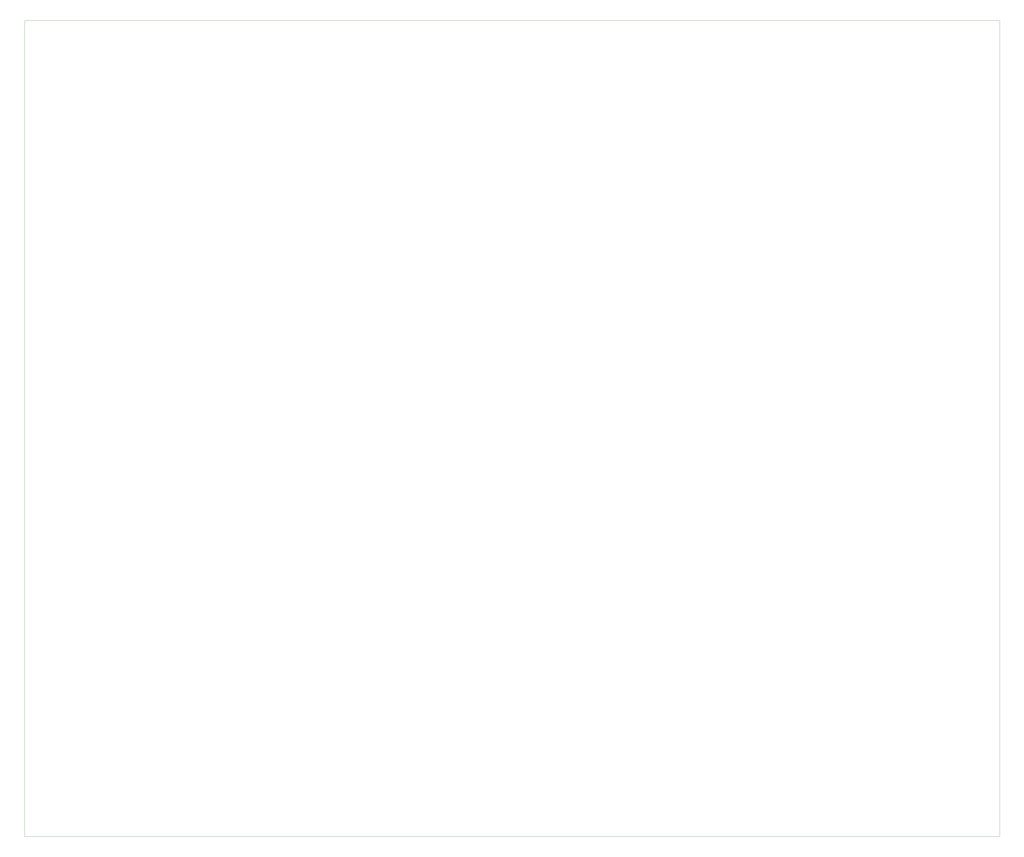
<source format=gbr>
G04 #@! TF.GenerationSoftware,KiCad,Pcbnew,(6.0.8)*
G04 #@! TF.CreationDate,2022-10-19T21:35:45+01:00*
G04 #@! TF.ProjectId,DgnBeta,44676e42-6574-4612-9e6b-696361645f70,rev?*
G04 #@! TF.SameCoordinates,Original*
G04 #@! TF.FileFunction,Profile,NP*
%FSLAX46Y46*%
G04 Gerber Fmt 4.6, Leading zero omitted, Abs format (unit mm)*
G04 Created by KiCad (PCBNEW (6.0.8)) date 2022-10-19 21:35:45*
%MOMM*%
%LPD*%
G01*
G04 APERTURE LIST*
G04 #@! TA.AperFunction,Profile*
%ADD10C,0.050000*%
G04 #@! TD*
G04 APERTURE END LIST*
D10*
X14500000Y-385000000D02*
X384500000Y-385000000D01*
X384500000Y-385000000D02*
X384500000Y-75000000D01*
X14500000Y-75000000D02*
X384500000Y-75000000D01*
X14500000Y-385000000D02*
X14500000Y-75000000D01*
M02*

</source>
